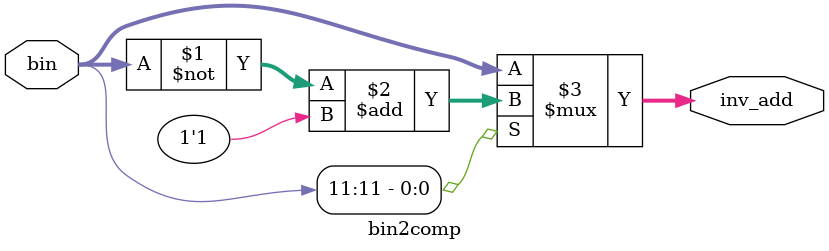
<source format=v>

module bin2comp #(
	parameter NUMBER_OF_BITS = 12
)(
	bin, inv_add
);
	//Input
	input [NUMBER_OF_BITS-1:0]bin;
	//Ouput
	output [NUMBER_OF_BITS-1:0]inv_add;
	
	assign	inv_add = bin[NUMBER_OF_BITS-1]?(~ bin +1'b1):bin;
	// assign	inv_add = (~ bin +1'b1);
endmodule
    
</source>
